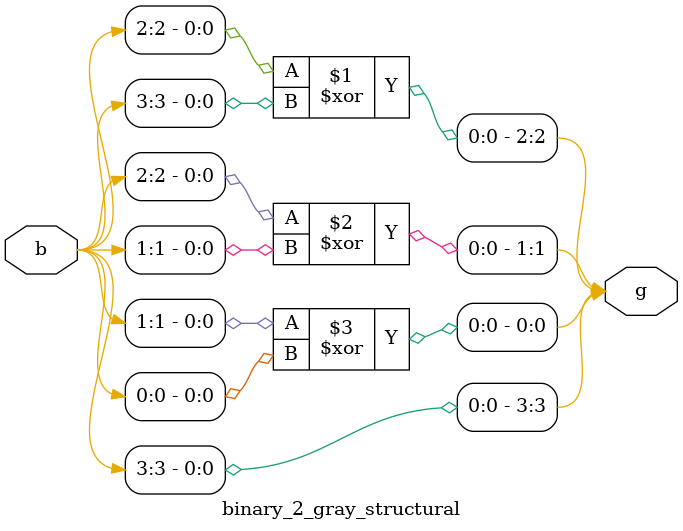
<source format=v>
module binary_2_gray_structural(output [3:0]g,input [3:0]b);
	assign g[3]=b[3];
	xor x1 (g[2],b[2],b[3]);
	xor x2 (g[1],b[2],b[1]);
	xor x3 (g[0],b[1],b[0]);
endmodule 
</source>
